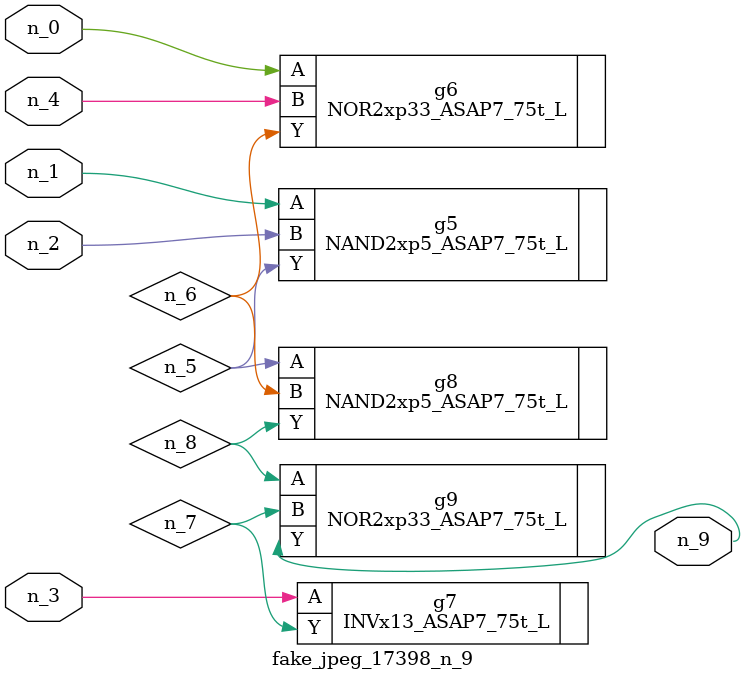
<source format=v>
module fake_jpeg_17398_n_9 (n_3, n_2, n_1, n_0, n_4, n_9);

input n_3;
input n_2;
input n_1;
input n_0;
input n_4;

output n_9;

wire n_8;
wire n_6;
wire n_5;
wire n_7;

NAND2xp5_ASAP7_75t_L g5 ( 
.A(n_1),
.B(n_2),
.Y(n_5)
);

NOR2xp33_ASAP7_75t_L g6 ( 
.A(n_0),
.B(n_4),
.Y(n_6)
);

INVx13_ASAP7_75t_L g7 ( 
.A(n_3),
.Y(n_7)
);

NAND2xp5_ASAP7_75t_L g8 ( 
.A(n_5),
.B(n_6),
.Y(n_8)
);

NOR2xp33_ASAP7_75t_L g9 ( 
.A(n_8),
.B(n_7),
.Y(n_9)
);


endmodule
</source>
